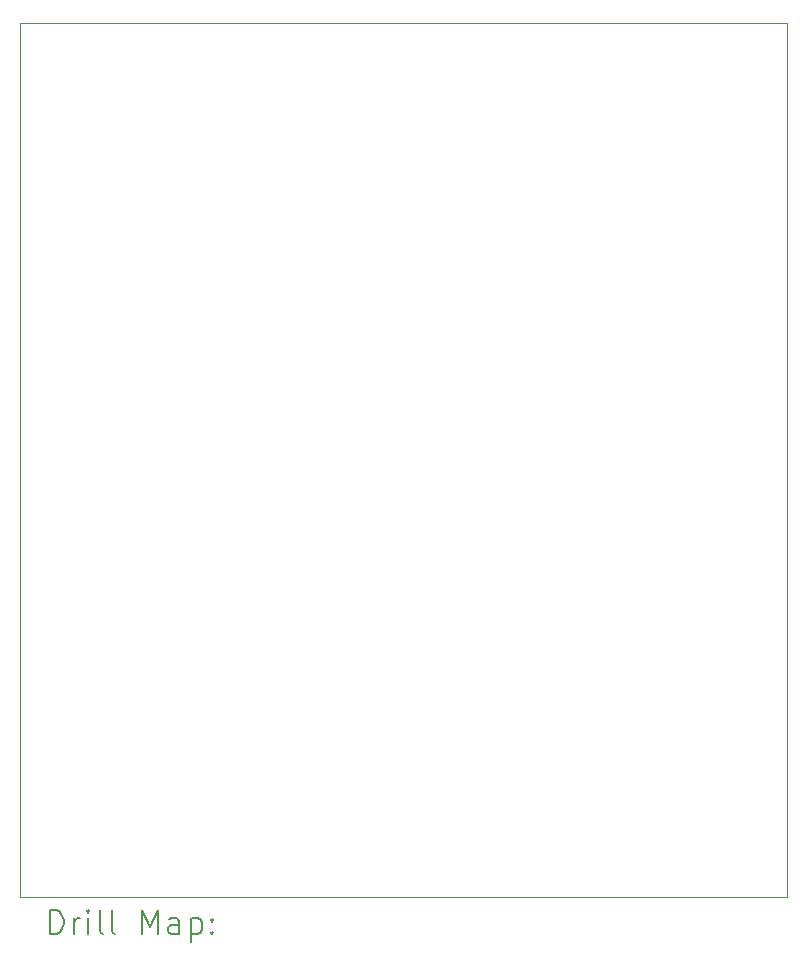
<source format=gbr>
%TF.GenerationSoftware,KiCad,Pcbnew,8.0.6*%
%TF.CreationDate,2025-02-22T19:08:33+01:00*%
%TF.ProjectId,DLA OCBEGO,444c4120-4f43-4424-9547-4f2e6b696361,rev?*%
%TF.SameCoordinates,Original*%
%TF.FileFunction,Drillmap*%
%TF.FilePolarity,Positive*%
%FSLAX45Y45*%
G04 Gerber Fmt 4.5, Leading zero omitted, Abs format (unit mm)*
G04 Created by KiCad (PCBNEW 8.0.6) date 2025-02-22 19:08:33*
%MOMM*%
%LPD*%
G01*
G04 APERTURE LIST*
%ADD10C,0.050000*%
%ADD11C,0.200000*%
G04 APERTURE END LIST*
D10*
X7300000Y-6200000D02*
X13800000Y-6200000D01*
X13800000Y-13600000D01*
X7300000Y-13600000D01*
X7300000Y-6200000D01*
D11*
X7558277Y-13913984D02*
X7558277Y-13713984D01*
X7558277Y-13713984D02*
X7605896Y-13713984D01*
X7605896Y-13713984D02*
X7634467Y-13723508D01*
X7634467Y-13723508D02*
X7653515Y-13742555D01*
X7653515Y-13742555D02*
X7663039Y-13761603D01*
X7663039Y-13761603D02*
X7672562Y-13799698D01*
X7672562Y-13799698D02*
X7672562Y-13828269D01*
X7672562Y-13828269D02*
X7663039Y-13866365D01*
X7663039Y-13866365D02*
X7653515Y-13885412D01*
X7653515Y-13885412D02*
X7634467Y-13904460D01*
X7634467Y-13904460D02*
X7605896Y-13913984D01*
X7605896Y-13913984D02*
X7558277Y-13913984D01*
X7758277Y-13913984D02*
X7758277Y-13780650D01*
X7758277Y-13818746D02*
X7767801Y-13799698D01*
X7767801Y-13799698D02*
X7777324Y-13790174D01*
X7777324Y-13790174D02*
X7796372Y-13780650D01*
X7796372Y-13780650D02*
X7815420Y-13780650D01*
X7882086Y-13913984D02*
X7882086Y-13780650D01*
X7882086Y-13713984D02*
X7872562Y-13723508D01*
X7872562Y-13723508D02*
X7882086Y-13733031D01*
X7882086Y-13733031D02*
X7891610Y-13723508D01*
X7891610Y-13723508D02*
X7882086Y-13713984D01*
X7882086Y-13713984D02*
X7882086Y-13733031D01*
X8005896Y-13913984D02*
X7986848Y-13904460D01*
X7986848Y-13904460D02*
X7977324Y-13885412D01*
X7977324Y-13885412D02*
X7977324Y-13713984D01*
X8110658Y-13913984D02*
X8091610Y-13904460D01*
X8091610Y-13904460D02*
X8082086Y-13885412D01*
X8082086Y-13885412D02*
X8082086Y-13713984D01*
X8339229Y-13913984D02*
X8339229Y-13713984D01*
X8339229Y-13713984D02*
X8405896Y-13856841D01*
X8405896Y-13856841D02*
X8472563Y-13713984D01*
X8472563Y-13713984D02*
X8472563Y-13913984D01*
X8653515Y-13913984D02*
X8653515Y-13809222D01*
X8653515Y-13809222D02*
X8643991Y-13790174D01*
X8643991Y-13790174D02*
X8624944Y-13780650D01*
X8624944Y-13780650D02*
X8586848Y-13780650D01*
X8586848Y-13780650D02*
X8567801Y-13790174D01*
X8653515Y-13904460D02*
X8634467Y-13913984D01*
X8634467Y-13913984D02*
X8586848Y-13913984D01*
X8586848Y-13913984D02*
X8567801Y-13904460D01*
X8567801Y-13904460D02*
X8558277Y-13885412D01*
X8558277Y-13885412D02*
X8558277Y-13866365D01*
X8558277Y-13866365D02*
X8567801Y-13847317D01*
X8567801Y-13847317D02*
X8586848Y-13837793D01*
X8586848Y-13837793D02*
X8634467Y-13837793D01*
X8634467Y-13837793D02*
X8653515Y-13828269D01*
X8748753Y-13780650D02*
X8748753Y-13980650D01*
X8748753Y-13790174D02*
X8767801Y-13780650D01*
X8767801Y-13780650D02*
X8805896Y-13780650D01*
X8805896Y-13780650D02*
X8824944Y-13790174D01*
X8824944Y-13790174D02*
X8834467Y-13799698D01*
X8834467Y-13799698D02*
X8843991Y-13818746D01*
X8843991Y-13818746D02*
X8843991Y-13875888D01*
X8843991Y-13875888D02*
X8834467Y-13894936D01*
X8834467Y-13894936D02*
X8824944Y-13904460D01*
X8824944Y-13904460D02*
X8805896Y-13913984D01*
X8805896Y-13913984D02*
X8767801Y-13913984D01*
X8767801Y-13913984D02*
X8748753Y-13904460D01*
X8929705Y-13894936D02*
X8939229Y-13904460D01*
X8939229Y-13904460D02*
X8929705Y-13913984D01*
X8929705Y-13913984D02*
X8920182Y-13904460D01*
X8920182Y-13904460D02*
X8929705Y-13894936D01*
X8929705Y-13894936D02*
X8929705Y-13913984D01*
X8929705Y-13790174D02*
X8939229Y-13799698D01*
X8939229Y-13799698D02*
X8929705Y-13809222D01*
X8929705Y-13809222D02*
X8920182Y-13799698D01*
X8920182Y-13799698D02*
X8929705Y-13790174D01*
X8929705Y-13790174D02*
X8929705Y-13809222D01*
M02*

</source>
